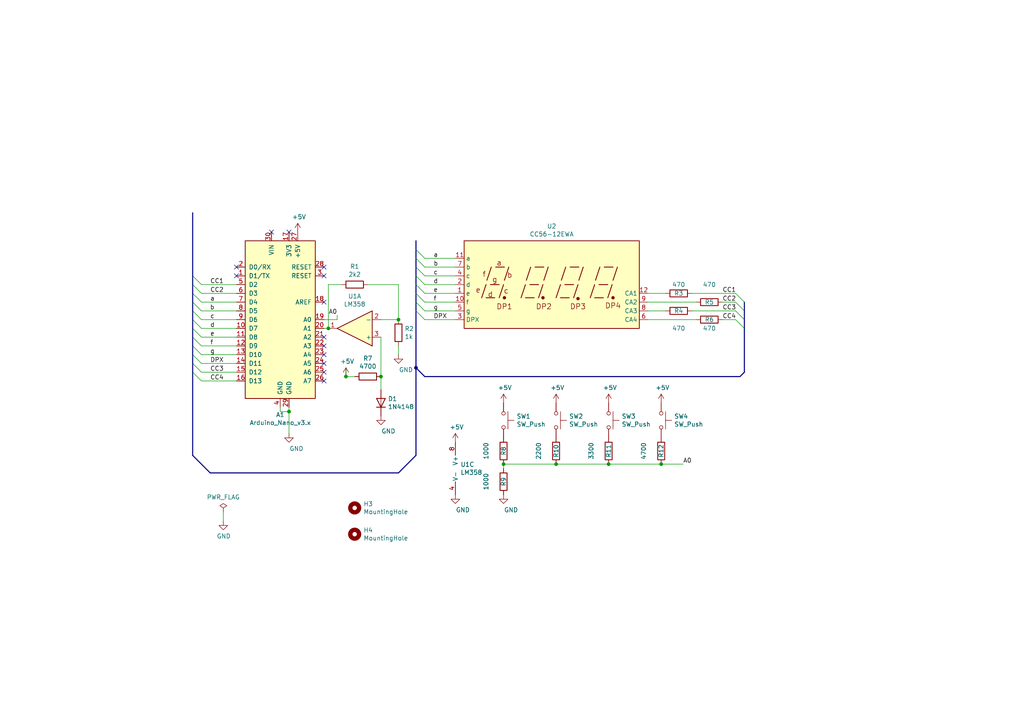
<source format=kicad_sch>
(kicad_sch (version 20211123) (generator eeschema)
  (paper "A4")
  (lib_symbols
    (symbol "Termometro-rescue:+5V-power" (power) (pin_names (offset 0))
      (property "Value" "+5V-power" (at 0 3.556 0))
      (symbol "+5V-power_0_1"
        (polyline (pts (xy -0.762 1.27) (xy 0 2.54)))
        (polyline (pts (xy 0 0) (xy 0 2.54)))
        (polyline (pts (xy 0 2.54) (xy 0.762 1.27)))
      )
      (symbol "+5V-power_1_1"
        (pin power_in line (at 0 0 90) (length 0) hide (name "+5V") (number "1"))
      )
    )
    (symbol "Termometro-rescue:1N4148-Diode" (pin_numbers hide) (pin_names (offset 1.016) hide)
      (property "Reference" "D" (at 0 2.54 0))
      (property "Value" "1N4148-Diode" (at 0 -2.54 0))
      (symbol "1N4148-Diode_0_1"
        (polyline (pts (xy -1.27 1.27) (xy -1.27 -1.27)) (stroke (width 0.254)))
        (polyline (pts (xy 1.27 0) (xy -1.27 0)))
        (polyline (pts (xy 1.27 1.27) (xy 1.27 -1.27) (xy -1.27 0) (xy 1.27 1.27)) (stroke (width 0.254)))
      )
      (symbol "1N4148-Diode_1_1"
        (pin passive line (at -3.81 0 0) (length 2.54) (name "K") (number "1"))
        (pin passive line (at 3.81 0 180) (length 2.54) (name "A") (number "2"))
      )
    )
    (symbol "Termometro-rescue:Arduino_Nano_v3.x-MCU_Module" (pin_names (offset 1.016))
      (property "Reference" "A" (at -5.08 26.035 0))
      (property "Value" "Arduino_Nano_v3.x-MCU_Module" (at -5.08 24.13 0))
      (symbol "Arduino_Nano_v3.x-MCU_Module_0_1"
        (rectangle (start -10.16 22.86) (end 10.16 -22.86) (stroke (width 0.254)) (fill (type background)))
      )
      (symbol "Arduino_Nano_v3.x-MCU_Module_1_1"
        (pin bidirectional line (at -12.7 12.7 0) (length 2.54) (name "D1/TX") (number "1"))
        (pin bidirectional line (at -12.7 -2.54 0) (length 2.54) (name "D7") (number "10"))
        (pin bidirectional line (at -12.7 -5.08 0) (length 2.54) (name "D8") (number "11"))
        (pin bidirectional line (at -12.7 -7.62 0) (length 2.54) (name "D9") (number "12"))
        (pin bidirectional line (at -12.7 -10.16 0) (length 2.54) (name "D10") (number "13"))
        (pin bidirectional line (at -12.7 -12.7 0) (length 2.54) (name "D11") (number "14"))
        (pin bidirectional line (at -12.7 -15.24 0) (length 2.54) (name "D12") (number "15"))
        (pin bidirectional line (at -12.7 -17.78 0) (length 2.54) (name "D13") (number "16"))
        (pin power_out line (at 2.54 25.4 270) (length 2.54) (name "3V3") (number "17"))
        (pin input line (at 12.7 5.08 180) (length 2.54) (name "AREF") (number "18"))
        (pin bidirectional line (at 12.7 0 180) (length 2.54) (name "A0") (number "19"))
        (pin bidirectional line (at -12.7 15.24 0) (length 2.54) (name "D0/RX") (number "2"))
        (pin bidirectional line (at 12.7 -2.54 180) (length 2.54) (name "A1") (number "20"))
        (pin bidirectional line (at 12.7 -5.08 180) (length 2.54) (name "A2") (number "21"))
        (pin bidirectional line (at 12.7 -7.62 180) (length 2.54) (name "A3") (number "22"))
        (pin bidirectional line (at 12.7 -10.16 180) (length 2.54) (name "A4") (number "23"))
        (pin bidirectional line (at 12.7 -12.7 180) (length 2.54) (name "A5") (number "24"))
        (pin bidirectional line (at 12.7 -15.24 180) (length 2.54) (name "A6") (number "25"))
        (pin bidirectional line (at 12.7 -17.78 180) (length 2.54) (name "A7") (number "26"))
        (pin power_out line (at 5.08 25.4 270) (length 2.54) (name "+5V") (number "27"))
        (pin input line (at 12.7 15.24 180) (length 2.54) (name "RESET") (number "28"))
        (pin power_in line (at 2.54 -25.4 90) (length 2.54) (name "GND") (number "29"))
        (pin input line (at 12.7 12.7 180) (length 2.54) (name "RESET") (number "3"))
        (pin power_in line (at -2.54 25.4 270) (length 2.54) (name "VIN") (number "30"))
        (pin power_in line (at 0 -25.4 90) (length 2.54) (name "GND") (number "4"))
        (pin bidirectional line (at -12.7 10.16 0) (length 2.54) (name "D2") (number "5"))
        (pin bidirectional line (at -12.7 7.62 0) (length 2.54) (name "D3") (number "6"))
        (pin bidirectional line (at -12.7 5.08 0) (length 2.54) (name "D4") (number "7"))
        (pin bidirectional line (at -12.7 2.54 0) (length 2.54) (name "D5") (number "8"))
        (pin bidirectional line (at -12.7 0 0) (length 2.54) (name "D6") (number "9"))
      )
    )
    (symbol "Termometro-rescue:CA56-12CGKWA-Display_Character"
      (property "Reference" "U" (at -24.13 13.97 0))
      (property "Value" "CA56-12CGKWA-Display_Character" (at 17.78 13.97 0))
      (symbol "CA56-12CGKWA-Display_Character_0_0"
        (rectangle (start -25.4 12.7) (end 25.4 -12.7) (stroke (width 0.254)) (fill (type background)))
        (polyline (pts (xy -20.32 -3.81) (xy -19.05 0)) (stroke (width 0.254)))
        (polyline (pts (xy -19.05 -3.81) (xy -16.51 -3.81)) (stroke (width 0.254)))
        (polyline (pts (xy -18.796 1.27) (xy -17.526 5.08)) (stroke (width 0.254)))
        (polyline (pts (xy -17.78 0) (xy -15.24 0)) (stroke (width 0.254)))
        (polyline (pts (xy -16.256 5.08) (xy -13.716 5.08)) (stroke (width 0.254)))
        (polyline (pts (xy -15.24 -3.81) (xy -13.97 0)) (stroke (width 0.254)))
        (polyline (pts (xy -13.716 1.27) (xy -12.446 5.08)) (stroke (width 0.254)))
        (polyline (pts (xy -8.89 -3.81) (xy -7.62 0)) (stroke (width 0.254)))
        (polyline (pts (xy -7.62 -3.81) (xy -5.08 -3.81)) (stroke (width 0.254)))
        (polyline (pts (xy -7.366 1.27) (xy -6.096 5.08)) (stroke (width 0.254)))
        (polyline (pts (xy -6.35 0) (xy -3.81 0)) (stroke (width 0.254)))
        (polyline (pts (xy -4.826 5.08) (xy -2.286 5.08)) (stroke (width 0.254)))
        (polyline (pts (xy -3.81 -3.81) (xy -2.54 0)) (stroke (width 0.254)))
        (polyline (pts (xy -2.286 1.27) (xy -1.016 5.08)) (stroke (width 0.254)))
        (polyline (pts (xy 1.27 -3.81) (xy 2.54 0)) (stroke (width 0.254)))
        (polyline (pts (xy 2.54 -3.81) (xy 5.08 -3.81)) (stroke (width 0.254)))
        (polyline (pts (xy 2.794 1.27) (xy 4.064 5.08)) (stroke (width 0.254)))
        (polyline (pts (xy 3.81 0) (xy 6.35 0)) (stroke (width 0.254)))
        (polyline (pts (xy 5.334 5.08) (xy 7.874 5.08)) (stroke (width 0.254)))
        (polyline (pts (xy 6.35 -3.81) (xy 7.62 0)) (stroke (width 0.254)))
        (polyline (pts (xy 7.874 1.27) (xy 9.144 5.08)) (stroke (width 0.254)))
        (polyline (pts (xy 11.176 -3.81) (xy 12.446 0)) (stroke (width 0.254)))
        (polyline (pts (xy 12.446 -3.81) (xy 14.986 -3.81)) (stroke (width 0.254)))
        (polyline (pts (xy 12.7 1.27) (xy 13.97 5.08)) (stroke (width 0.254)))
        (polyline (pts (xy 13.716 0) (xy 16.256 0)) (stroke (width 0.254)))
        (polyline (pts (xy 15.24 5.08) (xy 17.78 5.08)) (stroke (width 0.254)))
        (polyline (pts (xy 16.256 -3.81) (xy 17.526 0)) (stroke (width 0.254)))
        (polyline (pts (xy 17.78 1.27) (xy 19.05 5.08)) (stroke (width 0.254)))
        (text "a" (at -15.24 6.35 0) (effects (font (size 1.524 1.524))))
        (text "b" (at -12.192 2.794 0) (effects (font (size 1.524 1.524))))
        (text "c" (at -13.208 -1.778 0) (effects (font (size 1.524 1.524))))
        (text "d" (at -17.78 -2.794 0) (effects (font (size 1.524 1.524))))
        (text "DP1" (at -13.716 -6.35 0) (effects (font (size 1.524 1.524))))
        (text "DP2" (at -2.286 -6.35 0) (effects (font (size 1.524 1.524))))
        (text "DP3" (at 7.62 -6.35 0) (effects (font (size 1.524 1.524))))
        (text "DP4" (at 17.78 -6.096 0) (effects (font (size 1.524 1.524))))
        (text "e" (at -21.336 -1.524 0) (effects (font (size 1.524 1.524))))
        (text "f" (at -19.558 3.048 0) (effects (font (size 1.524 1.524))))
        (text "g" (at -16.51 1.524 0) (effects (font (size 1.524 1.524))))
      )
      (symbol "CA56-12CGKWA-Display_Character_0_1"
        (circle (center -13.716 -3.81) (radius 0.3556) (stroke (width 0.254)) (fill (type outline)))
        (circle (center -2.54 -3.81) (radius 0.3556) (stroke (width 0.254)) (fill (type outline)))
      )
      (symbol "CA56-12CGKWA-Display_Character_1_0"
        (circle (center 7.62 -4.064) (radius 0.3556) (stroke (width 0.254)) (fill (type outline)))
        (circle (center 17.78 -3.81) (radius 0.3556) (stroke (width 0.254)) (fill (type outline)))
      )
      (symbol "CA56-12CGKWA-Display_Character_1_1"
        (pin input line (at -27.94 -2.54 0) (length 2.54) (name "e") (number "1"))
        (pin input line (at -27.94 -5.08 0) (length 2.54) (name "f") (number "10"))
        (pin input line (at -27.94 7.62 0) (length 2.54) (name "a") (number "11"))
        (pin input line (at 27.94 -2.54 180) (length 2.54) (name "CA1") (number "12"))
        (pin input line (at -27.94 0 0) (length 2.54) (name "d") (number "2"))
        (pin input line (at -27.94 -10.16 0) (length 2.54) (name "DPX") (number "3"))
        (pin input line (at -27.94 2.54 0) (length 2.54) (name "c") (number "4"))
        (pin input line (at -27.94 -7.62 0) (length 2.54) (name "g") (number "5"))
        (pin input line (at 27.94 -10.16 180) (length 2.54) (name "CA4") (number "6"))
        (pin input line (at -27.94 5.08 0) (length 2.54) (name "b") (number "7"))
        (pin input line (at 27.94 -7.62 180) (length 2.54) (name "CA3") (number "8"))
        (pin input line (at 27.94 -5.08 180) (length 2.54) (name "CA2") (number "9"))
      )
    )
    (symbol "Termometro-rescue:GND-power" (power) (pin_names (offset 0))
      (property "Value" "GND-power" (at 0 -3.81 0))
      (symbol "GND-power_0_1"
        (polyline (pts (xy 0 0) (xy 0 -1.27) (xy 1.27 -1.27) (xy 0 -2.54) (xy -1.27 -1.27) (xy 0 -1.27)))
      )
      (symbol "GND-power_1_1"
        (pin power_in line (at 0 0 270) (length 0) hide (name "GND") (number "1"))
      )
    )
    (symbol "Termometro-rescue:LM358-Amplifier_Operational" (pin_names (offset 0.127))
      (property "Reference" "U" (at 0 5.08 0))
      (property "Value" "LM358-Amplifier_Operational" (at 0 -5.08 0))
      (symbol "LM358-Amplifier_Operational_1_1"
        (polyline (pts (xy -5.08 5.08) (xy 5.08 0) (xy -5.08 -5.08) (xy -5.08 5.08)) (stroke (width 0.254)) (fill (type background)))
        (pin output line (at 7.62 0 180) (length 2.54) (name "~") (number "1"))
        (pin input line (at -7.62 -2.54 0) (length 2.54) (name "-") (number "2"))
        (pin input line (at -7.62 2.54 0) (length 2.54) (name "+") (number "3"))
      )
      (symbol "LM358-Amplifier_Operational_2_1"
        (polyline (pts (xy -5.08 5.08) (xy 5.08 0) (xy -5.08 -5.08) (xy -5.08 5.08)) (stroke (width 0.254)) (fill (type background)))
        (pin input line (at -7.62 2.54 0) (length 2.54) (name "+") (number "5"))
        (pin input line (at -7.62 -2.54 0) (length 2.54) (name "-") (number "6"))
        (pin output line (at 7.62 0 180) (length 2.54) (name "~") (number "7"))
      )
      (symbol "LM358-Amplifier_Operational_3_1"
        (pin power_in line (at -2.54 -7.62 90) (length 3.81) (name "V-") (number "4"))
        (pin power_in line (at -2.54 7.62 270) (length 3.81) (name "V+") (number "8"))
      )
    )
    (symbol "Termometro-rescue:MountingHole-Mechanical" (pin_names (offset 1.016))
      (property "Reference" "H" (at 0 5.08 0))
      (property "Value" "MountingHole-Mechanical" (at 0 3.175 0))
      (symbol "MountingHole-Mechanical_0_1"
        (circle (center 0 0) (radius 1.27) (stroke (width 1.27)))
      )
    )
    (symbol "Termometro-rescue:PWR_FLAG-power" (power) (pin_numbers hide) (pin_names (offset 0) hide)
      (property "Value" "PWR_FLAG-power" (at 0 3.81 0))
      (symbol "PWR_FLAG-power_0_0"
        (pin power_out line (at 0 0 90) (length 0) (name "pwr") (number "1"))
      )
      (symbol "PWR_FLAG-power_0_1"
        (polyline (pts (xy 0 0) (xy 0 1.27) (xy -1.016 1.905) (xy 0 2.54) (xy 1.016 1.905) (xy 0 1.27)))
      )
    )
    (symbol "Termometro-rescue:R-Device" (pin_numbers hide) (pin_names (offset 0))
      (property "Reference" "R" (at 2.032 0 90))
      (property "Value" "R-Device" (at 0 0 90))
      (symbol "R-Device_0_1"
        (rectangle (start -1.016 -2.54) (end 1.016 2.54) (stroke (width 0.254)))
      )
      (symbol "R-Device_1_1"
        (pin passive line (at 0 3.81 270) (length 1.27) (name "~") (number "1"))
        (pin passive line (at 0 -3.81 90) (length 1.27) (name "~") (number "2"))
      )
    )
    (symbol "Termometro-rescue:SW_Push-Switch" (pin_numbers hide) (pin_names (offset 1.016) hide)
      (property "Reference" "SW" (at 1.27 2.54 0))
      (property "Value" "SW_Push-Switch" (at 0 -1.524 0))
      (symbol "SW_Push-Switch_0_1"
        (circle (center -2.032 0) (radius 0.508))
        (polyline (pts (xy 0 1.27) (xy 0 3.048)))
        (polyline (pts (xy 2.54 1.27) (xy -2.54 1.27)))
        (circle (center 2.032 0) (radius 0.508))
        (pin passive line (at -5.08 0 0) (length 2.54) (name "1") (number "1"))
        (pin passive line (at 5.08 0 180) (length 2.54) (name "2") (number "2"))
      )
    )
  )
  (junction (at 146.05 134.62))
  (junction (at 120.65 106.68))
  (junction (at 115.57 92.71))
  (junction (at 110.49 109.22))
  (junction (at 176.53 134.62))
  (junction (at 100.33 109.22))
  (junction (at 83.82 119.38))
  (junction (at 95.25 95.25))
  (junction (at 161.29 134.62))
  (junction (at 191.77 134.62))
  (no_connect (at 93.98 100.33))
  (no_connect (at 78.74 67.31))
  (no_connect (at 93.98 87.63))
  (no_connect (at 93.98 97.79))
  (no_connect (at 83.82 67.31))
  (no_connect (at 93.98 80.01))
  (no_connect (at 93.98 105.41))
  (no_connect (at 93.98 102.87))
  (no_connect (at 93.98 110.49))
  (no_connect (at 93.98 77.47))
  (no_connect (at 93.98 107.95))
  (no_connect (at 68.58 77.47))
  (no_connect (at 68.58 80.01))
  (bus_entry (at 55.88 100.33) (size 2.54 2.54))
  (bus_entry (at 55.88 82.55) (size 2.54 2.54))
  (bus_entry (at 120.65 77.47) (size 2.54 2.54))
  (bus_entry (at 55.88 85.09) (size 2.54 2.54))
  (bus_entry (at 55.88 95.25) (size 2.54 2.54))
  (bus_entry (at 120.65 82.55) (size 2.54 2.54))
  (bus_entry (at 213.36 90.17) (size 2.54 2.54))
  (bus_entry (at 213.36 85.09) (size 2.54 2.54))
  (bus_entry (at 120.65 72.39) (size 2.54 2.54))
  (bus_entry (at 120.65 87.63) (size 2.54 2.54))
  (bus_entry (at 213.36 92.71) (size 2.54 2.54))
  (bus_entry (at 55.88 105.41) (size 2.54 2.54))
  (bus_entry (at 55.88 107.95) (size 2.54 2.54))
  (bus_entry (at 120.65 80.01) (size 2.54 2.54))
  (bus_entry (at 213.36 87.63) (size 2.54 2.54))
  (bus_entry (at 120.65 90.17) (size 2.54 2.54))
  (bus_entry (at 120.65 74.93) (size 2.54 2.54))
  (bus_entry (at 55.88 92.71) (size 2.54 2.54))
  (bus_entry (at 55.88 102.87) (size 2.54 2.54))
  (bus_entry (at 55.88 80.01) (size 2.54 2.54))
  (bus_entry (at 120.65 85.09) (size 2.54 2.54))
  (bus_entry (at 55.88 90.17) (size 2.54 2.54))
  (bus_entry (at 55.88 87.63) (size 2.54 2.54))
  (bus_entry (at 55.88 97.79) (size 2.54 2.54))
  (wire (pts (xy 97.79 92.71) (xy 97.79 91.44)))
  (wire (pts (xy 95.25 82.55) (xy 95.25 95.25)))
  (wire (pts (xy 58.42 110.49) (xy 68.58 110.49)))
  (wire (pts (xy 176.53 134.62) (xy 191.77 134.62)))
  (wire (pts (xy 58.42 107.95) (xy 68.58 107.95)))
  (wire (pts (xy 123.19 87.63) (xy 132.08 87.63)))
  (wire (pts (xy 58.42 105.41) (xy 68.58 105.41)))
  (bus (pts (xy 55.88 100.33) (xy 55.88 102.87)))
  (wire (pts (xy 58.42 102.87) (xy 68.58 102.87)))
  (wire (pts (xy 68.58 95.25) (xy 58.42 95.25)))
  (wire (pts (xy 115.57 92.71) (xy 110.49 92.71)))
  (wire (pts (xy 123.19 82.55) (xy 132.08 82.55)))
  (wire (pts (xy 81.28 119.38) (xy 83.82 119.38)))
  (wire (pts (xy 68.58 92.71) (xy 58.42 92.71)))
  (bus (pts (xy 120.65 74.93) (xy 120.65 77.47)))
  (bus (pts (xy 120.65 87.63) (xy 120.65 90.17)))
  (wire (pts (xy 123.19 85.09) (xy 132.08 85.09)))
  (bus (pts (xy 55.88 90.17) (xy 55.88 92.71)))
  (bus (pts (xy 55.88 92.71) (xy 55.88 95.25)))
  (wire (pts (xy 123.19 80.01) (xy 132.08 80.01)))
  (wire (pts (xy 93.98 95.25) (xy 95.25 95.25)))
  (wire (pts (xy 68.58 87.63) (xy 58.42 87.63)))
  (wire (pts (xy 115.57 102.87) (xy 115.57 100.33)))
  (wire (pts (xy 161.29 134.62) (xy 176.53 134.62)))
  (wire (pts (xy 93.98 92.71) (xy 97.79 92.71)))
  (wire (pts (xy 187.96 87.63) (xy 201.93 87.63)))
  (bus (pts (xy 55.88 61.722) (xy 55.88 80.01)))
  (bus (pts (xy 55.88 85.09) (xy 55.88 87.63)))
  (bus (pts (xy 55.88 87.63) (xy 55.88 90.17)))
  (wire (pts (xy 213.36 87.63) (xy 209.55 87.63)))
  (wire (pts (xy 191.77 134.62) (xy 198.12 134.62)))
  (wire (pts (xy 123.19 74.93) (xy 132.08 74.93)))
  (wire (pts (xy 58.42 85.09) (xy 68.58 85.09)))
  (bus (pts (xy 120.65 106.68) (xy 123.19 109.22)))
  (bus (pts (xy 215.9 107.95) (xy 214.63 109.22)))
  (wire (pts (xy 123.19 90.17) (xy 132.08 90.17)))
  (wire (pts (xy 95.25 82.55) (xy 99.06 82.55)))
  (wire (pts (xy 213.36 85.09) (xy 200.66 85.09)))
  (bus (pts (xy 120.65 90.17) (xy 120.65 106.68)))
  (bus (pts (xy 120.65 82.55) (xy 120.65 85.09)))
  (wire (pts (xy 83.82 119.38) (xy 83.82 118.11)))
  (bus (pts (xy 55.88 97.79) (xy 55.88 100.33)))
  (wire (pts (xy 123.19 77.47) (xy 132.08 77.47)))
  (bus (pts (xy 215.9 92.71) (xy 215.9 95.25)))
  (wire (pts (xy 146.05 135.89) (xy 146.05 134.62)))
  (bus (pts (xy 115.57 137.16) (xy 120.65 132.08)))
  (bus (pts (xy 120.65 80.01) (xy 120.65 82.55)))
  (bus (pts (xy 60.96 137.16) (xy 115.57 137.16)))
  (wire (pts (xy 68.58 97.79) (xy 58.42 97.79)))
  (bus (pts (xy 55.88 107.95) (xy 55.88 132.08)))
  (bus (pts (xy 55.88 102.87) (xy 55.88 105.41)))
  (wire (pts (xy 110.49 109.22) (xy 110.49 97.79)))
  (bus (pts (xy 215.9 95.25) (xy 215.9 107.95)))
  (wire (pts (xy 81.28 118.11) (xy 81.28 119.38)))
  (wire (pts (xy 100.33 109.22) (xy 102.87 109.22)))
  (bus (pts (xy 215.9 87.63) (xy 215.9 90.17)))
  (wire (pts (xy 100.33 106.68) (xy 100.33 109.22)))
  (bus (pts (xy 55.88 82.55) (xy 55.88 85.09)))
  (wire (pts (xy 187.96 90.17) (xy 193.04 90.17)))
  (wire (pts (xy 58.42 100.33) (xy 68.58 100.33)))
  (wire (pts (xy 187.96 92.71) (xy 201.93 92.71)))
  (bus (pts (xy 120.65 77.47) (xy 120.65 80.01)))
  (wire (pts (xy 187.96 85.09) (xy 193.04 85.09)))
  (wire (pts (xy 110.49 109.22) (xy 110.49 113.03)))
  (bus (pts (xy 55.88 95.25) (xy 55.88 97.79)))
  (bus (pts (xy 55.88 105.41) (xy 55.88 107.95)))
  (bus (pts (xy 55.88 80.01) (xy 55.88 82.55)))
  (wire (pts (xy 58.42 90.17) (xy 68.58 90.17)))
  (wire (pts (xy 123.19 92.71) (xy 132.08 92.71)))
  (wire (pts (xy 213.36 92.71) (xy 209.55 92.71)))
  (wire (pts (xy 83.82 125.73) (xy 83.82 119.38)))
  (bus (pts (xy 120.65 106.68) (xy 120.65 132.08)))
  (wire (pts (xy 146.05 134.62) (xy 161.29 134.62)))
  (wire (pts (xy 115.57 82.55) (xy 115.57 92.71)))
  (bus (pts (xy 120.65 69.85) (xy 120.65 72.39)))
  (wire (pts (xy 64.77 148.59) (xy 64.77 151.13)))
  (bus (pts (xy 120.65 85.09) (xy 120.65 87.63)))
  (wire (pts (xy 68.58 82.55) (xy 58.42 82.55)))
  (bus (pts (xy 120.65 72.39) (xy 120.65 74.93)))
  (wire (pts (xy 200.66 90.17) (xy 213.36 90.17)))
  (wire (pts (xy 106.68 82.55) (xy 115.57 82.55)))
  (bus (pts (xy 215.9 90.17) (xy 215.9 92.71)))
  (bus (pts (xy 55.88 132.08) (xy 60.96 137.16)))
  (bus (pts (xy 123.19 109.22) (xy 214.63 109.22)))
  (label "d" (at 60.96 95.25 0))
  (label "g" (at 60.96 102.87 0))
  (label "f" (at 60.96 100.33 0))
  (label "e" (at 60.96 97.79 0))
  (label "CC2" (at 209.55 87.63 0))
  (label "a" (at 125.73 74.93 0))
  (label "A0" (at 97.79 91.44 180))
  (label "CC2" (at 60.96 85.09 0))
  (label "CC1" (at 60.96 82.55 0))
  (label "CC3" (at 60.96 107.95 0))
  (label "CC1" (at 209.55 85.09 0))
  (label "b" (at 62.23 90.17 180))
  (label "DPX" (at 125.73 92.71 0))
  (label "a" (at 60.96 87.63 0))
  (label "f" (at 125.73 87.63 0))
  (label "c" (at 125.73 80.01 0))
  (label "CC3" (at 209.55 90.17 0))
  (label "g" (at 125.73 90.17 0))
  (label "A0" (at 198.12 134.62 0))
  (label "DPX" (at 60.96 105.41 0))
  (label "e" (at 125.73 85.09 0))
  (label "b" (at 125.73 77.47 0))
  (label "d" (at 125.73 82.55 0))
  (label "CC4" (at 60.96 110.49 0))
  (label "CC4" (at 209.55 92.71 0))
  (label "c" (at 60.96 92.71 0))
  (symbol (lib_id "Termometro-rescue:Arduino_Nano_v3.x-MCU_Module") (at 81.28 92.71 0) (unit 1)
    (property "Reference" "A1" (at 81.28 120.2944 0))
    (property "Value" "Arduino_Nano_v3.x" (at 81.28 122.6058 0))
    (property "Footprint" "LibreriaCustomLemos:Arduino_Nano_WithMountingHoles" (effects hide))
    (property "Datasheet" "http://www.mouser.com/pdfdocs/Gravitech_Arduino_Nano3_0.pdf" (effects hide))
  )
  (symbol (lib_id "Termometro-rescue:CA56-12CGKWA-Display_Character") (at 160.02 82.55 0) (unit 1)
    (property "Reference" "U2" (at 160.02 65.6082 0))
    (property "Value" "CC56-12EWA" (at 160.02 67.9196 0))
    (property "Footprint" "Displays_7-Segment:CA56-12EWA" (effects hide))
    (property "Datasheet" "http://www.kingbrightusa.com/images/catalog/SPEC/CA56-12EWA.pdf" (effects hide))
  )
  (symbol (lib_id "Termometro-rescue:LM358-Amplifier_Operational") (at 102.87 95.25 180) (unit 1)
    (property "Reference" "U1" (at 102.87 85.9282 0))
    (property "Value" "LM358" (at 102.87 88.2396 0))
    (property "Footprint" "Housings_DIP:DIP-8_W7.62mm_LongPads" (effects hide))
    (property "Datasheet" "http://www.ti.com/lit/ds/symlink/lm2904-n.pdf" (effects hide))
  )
  (symbol (lib_id "Termometro-rescue:R-Device") (at 196.85 85.09 270) (unit 1)
    (property "Reference" "R3" (at 196.85 85.09 90))
    (property "Value" "470" (at 196.85 82.55 90))
    (property "Footprint" "LibreriaCustumLemos:R_Axial_DIN0207_L6.3mm_D2.5mm_P10.16mm_Horizontal" (effects hide))
  )
  (symbol (lib_id "Termometro-rescue:R-Device") (at 205.74 87.63 270) (unit 1)
    (property "Reference" "R5" (at 205.74 87.63 90))
    (property "Value" "470" (at 205.74 82.55 90))
    (property "Footprint" "LibreriaCustumLemos:R_Axial_DIN0207_L6.3mm_D2.5mm_P10.16mm_Horizontal" (effects hide))
  )
  (symbol (lib_id "Termometro-rescue:R-Device") (at 196.85 90.17 270) (unit 1)
    (property "Reference" "R4" (at 196.85 90.17 90))
    (property "Value" "470" (at 196.85 95.25 90))
    (property "Footprint" "LibreriaCustumLemos:R_Axial_DIN0207_L6.3mm_D2.5mm_P10.16mm_Horizontal" (effects hide))
  )
  (symbol (lib_id "Termometro-rescue:R-Device") (at 205.74 92.71 270) (unit 1)
    (property "Reference" "R6" (at 205.74 92.71 90))
    (property "Value" "470" (at 205.74 95.25 90))
    (property "Footprint" "LibreriaCustumLemos:R_Axial_DIN0207_L6.3mm_D2.5mm_P10.16mm_Horizontal" (effects hide))
  )
  (symbol (lib_id "Termometro-rescue:R-Device") (at 102.87 82.55 270) (unit 1)
    (property "Reference" "R1" (at 102.87 77.2922 90))
    (property "Value" "2k2" (at 102.87 79.6036 90))
    (property "Footprint" "LibreriaCustumLemos:R_Axial_DIN0207_L6.3mm_D2.5mm_P10.16mm_Horizontal" (effects hide))
  )
  (symbol (lib_id "Termometro-rescue:R-Device") (at 115.57 96.52 180) (unit 1)
    (property "Reference" "R2" (at 117.348 95.3516 0) (effects (justify right)))
    (property "Value" "1k" (at 117.348 97.663 0) (effects (justify right)))
    (property "Footprint" "LibreriaCustumLemos:R_Axial_DIN0207_L6.3mm_D2.5mm_P10.16mm_Horizontal" (effects hide))
  )
  (symbol (lib_id "Termometro-rescue:GND-power") (at 115.57 102.87 0) (unit 1)
    (property "Reference" "#PWR0101" (effects hide))
    (property "Value" "GND" (at 115.697 107.2642 0) (effects (justify left)))
  )
  (symbol (lib_id "Termometro-rescue:GND-power") (at 83.82 125.73 0) (unit 1)
    (property "Reference" "#PWR0102" (effects hide))
    (property "Value" "GND" (at 83.947 130.1242 0) (effects (justify left)))
  )
  (symbol (lib_id "Termometro-rescue:LM358-Amplifier_Operational") (at 134.62 135.89 0) (unit 3)
    (property "Reference" "U1" (at 133.5532 134.7216 0) (effects (justify left)))
    (property "Value" "LM358" (at 133.5532 137.033 0) (effects (justify left)))
    (property "Footprint" "Housings_DIP:DIP-8_W7.62mm_LongPads" (effects hide))
    (property "Datasheet" "http://www.ti.com/lit/ds/symlink/lm2904-n.pdf" (effects hide))
  )
  (symbol (lib_id "Termometro-rescue:GND-power") (at 132.08 143.51 0) (unit 1)
    (property "Reference" "#PWR0103" (effects hide))
    (property "Value" "GND" (at 132.207 147.9042 0) (effects (justify left)))
  )
  (symbol (lib_id "Termometro-rescue:+5V-power") (at 86.36 67.31 0) (unit 1)
    (property "Reference" "#PWR0104" (effects hide))
    (property "Value" "+5V" (at 86.741 62.9158 0))
  )
  (symbol (lib_id "Termometro-rescue:+5V-power") (at 132.08 128.27 0) (unit 1)
    (property "Reference" "#PWR0105" (effects hide))
    (property "Value" "+5V" (at 132.461 123.8758 0))
  )
  (symbol (lib_id "Termometro-rescue:R-Device") (at 106.68 109.22 270) (unit 1)
    (property "Reference" "R7" (at 106.68 103.9622 90))
    (property "Value" "4700" (at 106.68 106.2736 90))
    (property "Footprint" "LibreriaCustumLemos:R_Axial_DIN0207_L6.3mm_D2.5mm_P10.16mm_Horizontal" (effects hide))
  )
  (symbol (lib_id "Termometro-rescue:1N4148-Diode") (at 110.49 116.84 90) (unit 1)
    (property "Reference" "D1" (at 112.4966 115.6716 90) (effects (justify right)))
    (property "Value" "1N4148" (at 112.4966 117.983 90) (effects (justify right)))
    (property "Footprint" "Diodes_ThroughHole:D_DO-35_SOD27_P7.62mm_Horizontal" (effects hide))
    (property "Datasheet" "http://www.nxp.com/documents/data_sheet/1N4148_1N4448.pdf" (effects hide))
  )
  (symbol (lib_id "Termometro-rescue:GND-power") (at 110.49 120.65 0) (unit 1)
    (property "Reference" "#PWR0106" (effects hide))
    (property "Value" "GND" (at 110.617 125.0442 0) (effects (justify left)))
  )
  (symbol (lib_id "Termometro-rescue:+5V-power") (at 100.33 109.22 0) (unit 1)
    (property "Reference" "#PWR0107" (effects hide))
    (property "Value" "+5V" (at 100.711 104.8258 0))
  )
  (symbol (lib_id "Termometro-rescue:SW_Push-Switch") (at 146.05 121.92 270) (unit 1)
    (property "Reference" "SW1" (at 149.8092 120.7516 90) (effects (justify left)))
    (property "Value" "SW_Push" (at 149.8092 123.063 90) (effects (justify left)))
    (property "Footprint" "Buttons_Switches_ThroughHole:SW_PUSH_6mm_h5mm" (effects hide))
  )
  (symbol (lib_id "Termometro-rescue:SW_Push-Switch") (at 161.29 121.92 270) (unit 1)
    (property "Reference" "SW2" (at 165.0492 120.7516 90) (effects (justify left)))
    (property "Value" "SW_Push" (at 165.0492 123.063 90) (effects (justify left)))
    (property "Footprint" "Buttons_Switches_ThroughHole:SW_PUSH_6mm_h5mm" (effects hide))
  )
  (symbol (lib_id "Termometro-rescue:SW_Push-Switch") (at 176.53 121.92 270) (unit 1)
    (property "Reference" "SW3" (at 180.2892 120.7516 90) (effects (justify left)))
    (property "Value" "SW_Push" (at 180.2892 123.063 90) (effects (justify left)))
    (property "Footprint" "Buttons_Switches_ThroughHole:SW_PUSH_6mm_h5mm" (effects hide))
  )
  (symbol (lib_id "Termometro-rescue:SW_Push-Switch") (at 191.77 121.92 270) (unit 1)
    (property "Reference" "SW4" (at 195.5292 120.7516 90) (effects (justify left)))
    (property "Value" "SW_Push" (at 195.5292 123.063 90) (effects (justify left)))
    (property "Footprint" "Buttons_Switches_ThroughHole:SW_PUSH_6mm_h5mm" (effects hide))
  )
  (symbol (lib_id "Termometro-rescue:+5V-power") (at 146.05 116.84 0) (unit 1)
    (property "Reference" "#PWR0108" (effects hide))
    (property "Value" "+5V" (at 146.431 112.4458 0))
  )
  (symbol (lib_id "Termometro-rescue:+5V-power") (at 161.29 116.84 0) (unit 1)
    (property "Reference" "#PWR0109" (effects hide))
    (property "Value" "+5V" (at 161.671 112.4458 0))
  )
  (symbol (lib_id "Termometro-rescue:+5V-power") (at 176.53 116.84 0) (unit 1)
    (property "Reference" "#PWR0110" (effects hide))
    (property "Value" "+5V" (at 176.911 112.4458 0))
  )
  (symbol (lib_id "Termometro-rescue:+5V-power") (at 191.77 116.84 0) (unit 1)
    (property "Reference" "#PWR0111" (effects hide))
    (property "Value" "+5V" (at 192.151 112.4458 0))
  )
  (symbol (lib_id "Termometro-rescue:R-Device") (at 146.05 130.81 180) (unit 1)
    (property "Reference" "R8" (at 146.05 130.81 90))
    (property "Value" "1000" (at 140.97 130.81 90))
    (property "Footprint" "LibreriaCustumLemos:R_Axial_DIN0207_L6.3mm_D2.5mm_P10.16mm_Horizontal" (effects hide))
  )
  (symbol (lib_id "Termometro-rescue:R-Device") (at 161.29 130.81 180) (unit 1)
    (property "Reference" "R10" (at 161.29 130.81 90))
    (property "Value" "2200" (at 156.21 130.81 90))
    (property "Footprint" "LibreriaCustumLemos:R_Axial_DIN0207_L6.3mm_D2.5mm_P10.16mm_Horizontal" (effects hide))
  )
  (symbol (lib_id "Termometro-rescue:R-Device") (at 176.53 130.81 180) (unit 1)
    (property "Reference" "R11" (at 176.53 130.81 90))
    (property "Value" "3300" (at 171.45 130.81 90))
    (property "Footprint" "LibreriaCustumLemos:R_Axial_DIN0207_L6.3mm_D2.5mm_P10.16mm_Horizontal" (effects hide))
  )
  (symbol (lib_id "Termometro-rescue:R-Device") (at 191.77 130.81 180) (unit 1)
    (property "Reference" "R12" (at 191.77 130.81 90))
    (property "Value" "4700" (at 186.69 130.81 90))
    (property "Footprint" "LibreriaCustumLemos:R_Axial_DIN0207_L6.3mm_D2.5mm_P10.16mm_Horizontal" (effects hide))
  )
  (symbol (lib_id "Termometro-rescue:R-Device") (at 146.05 139.7 180) (unit 1)
    (property "Reference" "R9" (at 146.05 139.7 90))
    (property "Value" "1000" (at 140.97 139.7 90))
    (property "Footprint" "LibreriaCustumLemos:R_Axial_DIN0207_L6.3mm_D2.5mm_P10.16mm_Horizontal" (effects hide))
  )
  (symbol (lib_id "Termometro-rescue:GND-power") (at 146.05 143.51 0) (unit 1)
    (property "Reference" "#PWR0112" (effects hide))
    (property "Value" "GND" (at 146.177 147.9042 0) (effects (justify left)))
  )
  (symbol (lib_id "Termometro-rescue:PWR_FLAG-power") (at 64.77 148.59 0) (unit 1)
    (property "Reference" "#FLG0101" (effects hide))
    (property "Value" "PWR_FLAG" (at 64.77 144.1958 0))
  )
  (symbol (lib_id "Termometro-rescue:GND-power") (at 64.77 151.13 0) (unit 1)
    (property "Reference" "#PWR0113" (effects hide))
    (property "Value" "GND" (at 64.897 155.5242 0))
  )
  (symbol (lib_id "Termometro-rescue:MountingHole-Mechanical") (at 102.87 147.32 0) (unit 1)
    (property "Reference" "H3" (at 105.41 146.1516 0) (effects (justify left)))
    (property "Value" "MountingHole" (at 105.41 148.463 0) (effects (justify left)))
    (property "Footprint" "MountingHole:MountingHole_3.2mm_M3" (effects hide))
  )
  (symbol (lib_id "Termometro-rescue:MountingHole-Mechanical") (at 102.87 154.94 0) (unit 1)
    (property "Reference" "H4" (at 105.41 153.7716 0) (effects (justify left)))
    (property "Value" "MountingHole" (at 105.41 156.083 0) (effects (justify left)))
    (property "Footprint" "MountingHole:MountingHole_3.2mm_M3" (effects hide))
  )
)
</source>
